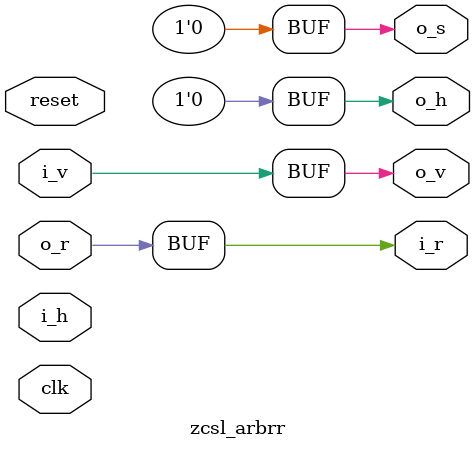
<source format=v>
/*
 * Copyright International Business Machines Corporation 2016
 *
 * Printed in the United States of America June 2016
 *
 * IBM, the IBM logo, and ibm.com are trademarks or registered trademarks of
 * International Business Machines Corp.,
 * registered in many jurisdictions worldwide. Other product and service names
 * might be trademarks of IBM or other companies. A current list of IBM trademarks
 * is available on the Web at “Copyright and trademark information” at
 * www.ibm.com/legal/copytrade.shtml.
 *
 * Other company, product, and service names may be trademarks or service marks of
 * others.
 *
 * All information contained in this document is subject to change without notice.
 * The products described in this document are NOT intended for use in applications
 * such as implantation, life support, or other hazardous uses where malfunction
 * could result in death, bodily injury, or catastrophic property damage. The
 * information contained in this document does not affect or change IBM product
 * specifications or warranties. Nothing in this document shall operate as an
 * express or implied license or indemnity under the intellectual property rights
 * of IBM or third parties. All information contained in this document was obtained
 * in specific environments, and is presented as an illustration. The results
 * obtained in other operating environments may vary.
 * While the information contained herein is believed to be accurate, such
 * information is preliminary, and should not be relied upon for accuracy or
 * completeness, and no representations or warranties of accuracy or completeness
 * are made.
 *
 * Note: This document contains information on products in the design, sampling
 * and/or initial production phases of development. This information is subject to
 * change without notice. Verify with your IBM field applications engineer that you
 * have the latest version of this document before finalizing a design.
 * This document is intended for development of technology products compatible with
 * Power Architecture. You may use this document, for any purpose (commercial or
 * personal) and make modifications and distribute; however, modifications to this
 * document may violate Power Architecture and should be carefully considered. Any
 * distribution of this document or its derivative works shall include this Notice
 * page including but not limited to the IBM warranty disclaimer and IBM liability
 * limitation. No other licenses, expressed or implied, estoppel or otherwise to
 * any intellectual property rights is granted by this document.
 *
 * THE INFORMATION CONTAINED IN THIS DOCUMENT IS PROVIDED ON AN “AS IS” BASIS.
 * IBM makes no representations or warranties, either express or implied, including
 * but not limited to, warranties of merchantability, fitness for a particular
 * purpose, or non-infringement, or that any practice or implementation of the IBM
 * documentation will not infringe any third party patents, copyrights, trade
 * secrets, or other rights. In no event will IBM be liable for damages arising
 * directly or indirectly from any use of the information contained in this
 * document.
 *
 * IBM Systems and Technology Group
 * 2070 Route 52, Bldg. 330
 * Hopewell Junction, NY 12533-6351
 * The IBM home page can be found at ibm.com.
 */

// IBM Research - Zurich
// Zurich CAPI Streaming Layer
// Raphael Polig <pol@zurich.ibm.com>
// Heiner Giefers <hgi@zurich.ibm.com>
// Module Author: Andrew Martin

`timescale 1 ps / 1 ps

module zcsl_arbrr
#(
	parameter WAYS = 1
)
(
	input clk,
	input reset,
	
	output [0:WAYS-1] i_r,
	input [0:WAYS-1] i_v,
	input [0:WAYS-1] i_h,

	input o_r,
	output o_v,
	output [0:WAYS-1] o_s,
	output o_h
);

// ** Wire definitions

generate

if(WAYS==1) begin
	assign o_v = i_v;
	assign i_r = o_r;
	
	assign o_s = 1'b0;
	assign o_h = 1'b0;
end else begin

	wire act;
	wire [0:WAYS-2] st_in;
	wire [0:WAYS-1] st;
	wire [0:WAYS*2-2] arb_in, arb_out;
	wire [0:WAYS*2-1] arb_kill;
	wire [0:WAYS-1] i_kill;
	wire [0:WAYS-1] i_nxt_st;


	// ** Routing and Logic
	assign act = o_r & o_v;  // update state if we have an accepted valid input request 

	// state: tencoded:  1111, 0111, 0011, 0001, 0000
	// on less bit than ways needed since lsb always on.
	assign st[WAYS-1] = 1'b1;
	   
	/* use tcoded state to qualify the input valids, and then repeat the input valids unqualified. No need to repreat the last input*/
	assign arb_in[0:WAYS-1] = i_v & st;
	assign arb_in[WAYS:(WAYS*2)-2] = i_v[0:WAYS-2];   
	   
	assign arb_kill[0] = 1'b0;
	assign arb_kill[1:WAYS*2-1-1] = arb_in[0:WAYS*2-1-2] | arb_kill[0:WAYS*2-1-2];
	assign arb_kill[WAYS*2-1] = 1'b1;

	assign arb_out =  arb_in & ~arb_kill[0:WAYS*2-2];//TODO: Check! Or 1:WAYS*2-1

	assign o_s    = arb_out [0:WAYS-1] | {arb_out [WAYS:WAYS*2-2],1'b0};
	   
	assign i_nxt_st[0:WAYS-1] = arb_kill[WAYS-1] ? arb_kill[0:WAYS-1] : {arb_kill[WAYS:WAYS*2-1]};

	assign i_kill = (st & arb_kill[0:WAYS-1]) | (~st & arb_kill[WAYS:(WAYS*2)-1]);
	   
	// kill: 01111, 00111, 00011, 00001, 00000
	// by happy coincidence, this is just what we want for next state
	assign st_in = (i_h[0:WAYS-2] & i_v[0:WAYS-2]) | i_nxt_st[0:WAYS-2];

	// accept input if output is accepted and its not killed
	assign i_r = {WAYS{o_r}} & ~i_kill;

	// we allways accept something   
	assign o_v = | i_v;
	   
	assign o_h = arb_kill[WAYS-1];


	// ** Instances
	zcsl_dffea#(.WIDTH(WAYS-1)) IRR_ST(.clk(clk), .reset(reset), .enable(act), .i(st_in), .o(st[0:WAYS-2]));

end

endgenerate

endmodule


</source>
